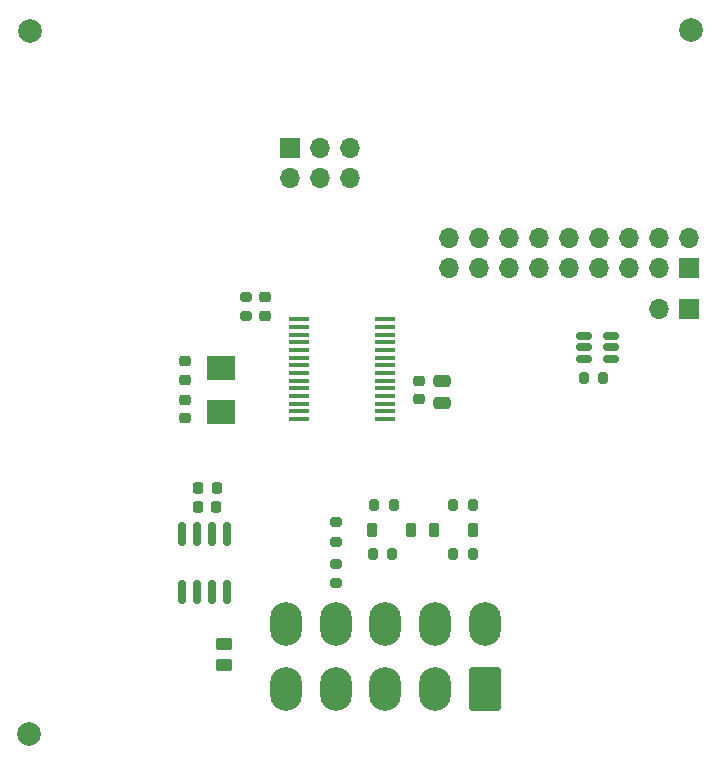
<source format=gbr>
G04 #@! TF.GenerationSoftware,KiCad,Pcbnew,9.0.0-rc2-6-ga1fa0bdb0b*
G04 #@! TF.CreationDate,2025-01-23T13:26:01+02:00*
G04 #@! TF.ProjectId,bk_can_bus_extension_v2,626b5f63-616e-45f6-9275-735f65787465,Rev 4*
G04 #@! TF.SameCoordinates,Original*
G04 #@! TF.FileFunction,Soldermask,Top*
G04 #@! TF.FilePolarity,Negative*
%FSLAX46Y46*%
G04 Gerber Fmt 4.6, Leading zero omitted, Abs format (unit mm)*
G04 Created by KiCad (PCBNEW 9.0.0-rc2-6-ga1fa0bdb0b) date 2025-01-23 13:26:01*
%MOMM*%
%LPD*%
G01*
G04 APERTURE LIST*
G04 Aperture macros list*
%AMRoundRect*
0 Rectangle with rounded corners*
0 $1 Rounding radius*
0 $2 $3 $4 $5 $6 $7 $8 $9 X,Y pos of 4 corners*
0 Add a 4 corners polygon primitive as box body*
4,1,4,$2,$3,$4,$5,$6,$7,$8,$9,$2,$3,0*
0 Add four circle primitives for the rounded corners*
1,1,$1+$1,$2,$3*
1,1,$1+$1,$4,$5*
1,1,$1+$1,$6,$7*
1,1,$1+$1,$8,$9*
0 Add four rect primitives between the rounded corners*
20,1,$1+$1,$2,$3,$4,$5,0*
20,1,$1+$1,$4,$5,$6,$7,0*
20,1,$1+$1,$6,$7,$8,$9,0*
20,1,$1+$1,$8,$9,$2,$3,0*%
G04 Aperture macros list end*
%ADD10RoundRect,0.225000X-0.225000X-0.250000X0.225000X-0.250000X0.225000X0.250000X-0.225000X0.250000X0*%
%ADD11RoundRect,0.250000X-0.450000X0.262500X-0.450000X-0.262500X0.450000X-0.262500X0.450000X0.262500X0*%
%ADD12R,2.400000X2.000000*%
%ADD13RoundRect,0.200000X-0.200000X-0.275000X0.200000X-0.275000X0.200000X0.275000X-0.200000X0.275000X0*%
%ADD14RoundRect,0.150000X-0.150000X0.825000X-0.150000X-0.825000X0.150000X-0.825000X0.150000X0.825000X0*%
%ADD15RoundRect,0.200000X0.200000X0.275000X-0.200000X0.275000X-0.200000X-0.275000X0.200000X-0.275000X0*%
%ADD16RoundRect,0.225000X-0.250000X0.225000X-0.250000X-0.225000X0.250000X-0.225000X0.250000X0.225000X0*%
%ADD17R,1.750000X0.450000*%
%ADD18RoundRect,0.225000X-0.225000X-0.375000X0.225000X-0.375000X0.225000X0.375000X-0.225000X0.375000X0*%
%ADD19RoundRect,0.225000X0.250000X-0.225000X0.250000X0.225000X-0.250000X0.225000X-0.250000X-0.225000X0*%
%ADD20R,1.700000X1.700000*%
%ADD21O,1.700000X1.700000*%
%ADD22RoundRect,0.200000X0.275000X-0.200000X0.275000X0.200000X-0.275000X0.200000X-0.275000X-0.200000X0*%
%ADD23RoundRect,0.250001X1.099999X1.599999X-1.099999X1.599999X-1.099999X-1.599999X1.099999X-1.599999X0*%
%ADD24O,2.700000X3.700000*%
%ADD25C,2.000000*%
%ADD26RoundRect,0.150000X-0.512500X-0.150000X0.512500X-0.150000X0.512500X0.150000X-0.512500X0.150000X0*%
%ADD27RoundRect,0.250000X-0.475000X0.250000X-0.475000X-0.250000X0.475000X-0.250000X0.475000X0.250000X0*%
%ADD28RoundRect,0.200000X-0.275000X0.200000X-0.275000X-0.200000X0.275000X-0.200000X0.275000X0.200000X0*%
%ADD29RoundRect,0.225000X0.225000X0.375000X-0.225000X0.375000X-0.225000X-0.375000X0.225000X-0.375000X0*%
G04 APERTURE END LIST*
D10*
G04 #@! TO.C,C5*
X147695000Y-112025000D03*
X149245000Y-112025000D03*
G04 #@! TD*
D11*
G04 #@! TO.C,R14*
X149900000Y-125187500D03*
X149900000Y-127012500D03*
G04 #@! TD*
D12*
G04 #@! TO.C,Y1*
X149590000Y-101840000D03*
X149590000Y-105540000D03*
G04 #@! TD*
D13*
G04 #@! TO.C,R17*
X162600000Y-113450000D03*
X164250000Y-113450000D03*
G04 #@! TD*
D14*
G04 #@! TO.C,U5*
X150150000Y-115900000D03*
X148880000Y-115900000D03*
X147610000Y-115900000D03*
X146340000Y-115900000D03*
X146340000Y-120850000D03*
X147610000Y-120850000D03*
X148880000Y-120850000D03*
X150150000Y-120850000D03*
G04 #@! TD*
D15*
G04 #@! TO.C,R16*
X170925000Y-113450000D03*
X169275000Y-113450000D03*
G04 #@! TD*
D16*
G04 #@! TO.C,C3*
X166350000Y-102950000D03*
X166350000Y-104500000D03*
G04 #@! TD*
D17*
G04 #@! TO.C,U3*
X156250000Y-97725000D03*
X156250000Y-98375000D03*
X156250000Y-99025000D03*
X156250000Y-99675000D03*
X156250000Y-100325000D03*
X156250000Y-100975000D03*
X156250000Y-101625000D03*
X156250000Y-102275000D03*
X156250000Y-102925000D03*
X156250000Y-103575000D03*
X156250000Y-104225000D03*
X156250000Y-104875000D03*
X156250000Y-105525000D03*
X156250000Y-106175000D03*
X163450000Y-106175000D03*
X163450000Y-105525000D03*
X163450000Y-104875000D03*
X163450000Y-104225000D03*
X163450000Y-103575000D03*
X163450000Y-102925000D03*
X163450000Y-102275000D03*
X163450000Y-101625000D03*
X163450000Y-100975000D03*
X163450000Y-100325000D03*
X163450000Y-99675000D03*
X163450000Y-99025000D03*
X163450000Y-98375000D03*
X163450000Y-97725000D03*
G04 #@! TD*
D18*
G04 #@! TO.C,D4*
X162425000Y-115550000D03*
X165725000Y-115550000D03*
G04 #@! TD*
D19*
G04 #@! TO.C,C1*
X153350000Y-97425000D03*
X153350000Y-95875000D03*
G04 #@! TD*
D20*
G04 #@! TO.C,J1*
X189255000Y-93393000D03*
D21*
X189255000Y-90853000D03*
X186715000Y-93393000D03*
X186715000Y-90853000D03*
X184175000Y-93393000D03*
X184175000Y-90853000D03*
X181635000Y-93393000D03*
X181635000Y-90853000D03*
X179095000Y-93393000D03*
X179095000Y-90853000D03*
X176555000Y-93393000D03*
X176555000Y-90853000D03*
X174015000Y-93393000D03*
X174015000Y-90853000D03*
X171475000Y-93393000D03*
X171475000Y-90853000D03*
X168935000Y-93393000D03*
X168935000Y-90853000D03*
G04 #@! TD*
D13*
G04 #@! TO.C,R21*
X180325000Y-102700000D03*
X181975000Y-102700000D03*
G04 #@! TD*
D22*
G04 #@! TO.C,R20*
X159350000Y-120075000D03*
X159350000Y-118425000D03*
G04 #@! TD*
D15*
G04 #@! TO.C,R18*
X164100000Y-117600000D03*
X162450000Y-117600000D03*
G04 #@! TD*
D16*
G04 #@! TO.C,C6*
X146580000Y-101300000D03*
X146580000Y-102850000D03*
G04 #@! TD*
D20*
G04 #@! TO.C,J2*
X189255000Y-96899000D03*
D21*
X186715000Y-96899000D03*
G04 #@! TD*
D10*
G04 #@! TO.C,C4*
X147670000Y-113625000D03*
X149220000Y-113625000D03*
G04 #@! TD*
D19*
G04 #@! TO.C,C2*
X146580000Y-106080000D03*
X146580000Y-104530000D03*
G04 #@! TD*
D23*
G04 #@! TO.C,J3*
X171925000Y-129000000D03*
D24*
X167725000Y-129000000D03*
X163525000Y-129000000D03*
X159325000Y-129000000D03*
X155125000Y-129000000D03*
X171925000Y-123500000D03*
X167725000Y-123500000D03*
X163525000Y-123500000D03*
X159325000Y-123500000D03*
X155125000Y-123500000D03*
G04 #@! TD*
D25*
G04 #@! TO.C,FID1*
X133344000Y-132840200D03*
G04 #@! TD*
G04 #@! TO.C,FID2*
X189376400Y-73226400D03*
G04 #@! TD*
D13*
G04 #@! TO.C,R15*
X169275000Y-117600000D03*
X170925000Y-117600000D03*
G04 #@! TD*
D26*
G04 #@! TO.C,U2*
X180350000Y-99150000D03*
X180350000Y-100100000D03*
X180350000Y-101050000D03*
X182625000Y-101050000D03*
X182625000Y-100100000D03*
X182625000Y-99150000D03*
G04 #@! TD*
D27*
G04 #@! TO.C,C10*
X168350000Y-102950000D03*
X168350000Y-104850000D03*
G04 #@! TD*
D28*
G04 #@! TO.C,R4*
X151700000Y-95825000D03*
X151700000Y-97475000D03*
G04 #@! TD*
D25*
G04 #@! TO.C,FID3*
X133394800Y-73302600D03*
G04 #@! TD*
D29*
G04 #@! TO.C,D3*
X170950000Y-115550000D03*
X167650000Y-115550000D03*
G04 #@! TD*
D22*
G04 #@! TO.C,R19*
X159350000Y-116575000D03*
X159350000Y-114925000D03*
G04 #@! TD*
D20*
G04 #@! TO.C,J4*
X155425000Y-83225000D03*
D21*
X155425000Y-85765000D03*
X157965000Y-83225000D03*
X157965000Y-85765000D03*
X160505000Y-83225000D03*
X160505000Y-85765000D03*
G04 #@! TD*
M02*

</source>
